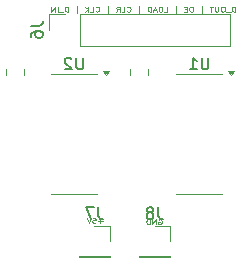
<source format=gbr>
%TF.GenerationSoftware,KiCad,Pcbnew,8.0.3*%
%TF.CreationDate,2024-07-13T19:45:59+02:00*%
%TF.ProjectId,Shift Register Board,53686966-7420-4526-9567-697374657220,rev?*%
%TF.SameCoordinates,Original*%
%TF.FileFunction,Legend,Bot*%
%TF.FilePolarity,Positive*%
%FSLAX46Y46*%
G04 Gerber Fmt 4.6, Leading zero omitted, Abs format (unit mm)*
G04 Created by KiCad (PCBNEW 8.0.3) date 2024-07-13 19:45:59*
%MOMM*%
%LPD*%
G01*
G04 APERTURE LIST*
%ADD10C,0.100000*%
%ADD11C,0.150000*%
%ADD12C,0.120000*%
G04 APERTURE END LIST*
D10*
X64853258Y-81664895D02*
X64900877Y-81645847D01*
X64900877Y-81645847D02*
X64972306Y-81645847D01*
X64972306Y-81645847D02*
X65043734Y-81664895D01*
X65043734Y-81664895D02*
X65091353Y-81702990D01*
X65091353Y-81702990D02*
X65115163Y-81741085D01*
X65115163Y-81741085D02*
X65138972Y-81817276D01*
X65138972Y-81817276D02*
X65138972Y-81874419D01*
X65138972Y-81874419D02*
X65115163Y-81950609D01*
X65115163Y-81950609D02*
X65091353Y-81988704D01*
X65091353Y-81988704D02*
X65043734Y-82026800D01*
X65043734Y-82026800D02*
X64972306Y-82045847D01*
X64972306Y-82045847D02*
X64924687Y-82045847D01*
X64924687Y-82045847D02*
X64853258Y-82026800D01*
X64853258Y-82026800D02*
X64829449Y-82007752D01*
X64829449Y-82007752D02*
X64829449Y-81874419D01*
X64829449Y-81874419D02*
X64924687Y-81874419D01*
X64615163Y-82045847D02*
X64615163Y-81645847D01*
X64615163Y-81645847D02*
X64329449Y-82045847D01*
X64329449Y-82045847D02*
X64329449Y-81645847D01*
X64091353Y-82045847D02*
X64091353Y-81645847D01*
X64091353Y-81645847D02*
X63972305Y-81645847D01*
X63972305Y-81645847D02*
X63900877Y-81664895D01*
X63900877Y-81664895D02*
X63853258Y-81702990D01*
X63853258Y-81702990D02*
X63829448Y-81741085D01*
X63829448Y-81741085D02*
X63805639Y-81817276D01*
X63805639Y-81817276D02*
X63805639Y-81874419D01*
X63805639Y-81874419D02*
X63829448Y-81950609D01*
X63829448Y-81950609D02*
X63853258Y-81988704D01*
X63853258Y-81988704D02*
X63900877Y-82026800D01*
X63900877Y-82026800D02*
X63972305Y-82045847D01*
X63972305Y-82045847D02*
X64091353Y-82045847D01*
X60115163Y-81793466D02*
X59734211Y-81793466D01*
X59924687Y-81945847D02*
X59924687Y-81641085D01*
X59258020Y-81545847D02*
X59496115Y-81545847D01*
X59496115Y-81545847D02*
X59519924Y-81736323D01*
X59519924Y-81736323D02*
X59496115Y-81717276D01*
X59496115Y-81717276D02*
X59448496Y-81698228D01*
X59448496Y-81698228D02*
X59329448Y-81698228D01*
X59329448Y-81698228D02*
X59281829Y-81717276D01*
X59281829Y-81717276D02*
X59258020Y-81736323D01*
X59258020Y-81736323D02*
X59234210Y-81774419D01*
X59234210Y-81774419D02*
X59234210Y-81869657D01*
X59234210Y-81869657D02*
X59258020Y-81907752D01*
X59258020Y-81907752D02*
X59281829Y-81926800D01*
X59281829Y-81926800D02*
X59329448Y-81945847D01*
X59329448Y-81945847D02*
X59448496Y-81945847D01*
X59448496Y-81945847D02*
X59496115Y-81926800D01*
X59496115Y-81926800D02*
X59519924Y-81907752D01*
X59091353Y-81545847D02*
X58924687Y-81945847D01*
X58924687Y-81945847D02*
X58758020Y-81545847D01*
X71315163Y-64045847D02*
X71315163Y-63645847D01*
X71315163Y-63645847D02*
X71196115Y-63645847D01*
X71196115Y-63645847D02*
X71124687Y-63664895D01*
X71124687Y-63664895D02*
X71077068Y-63702990D01*
X71077068Y-63702990D02*
X71053258Y-63741085D01*
X71053258Y-63741085D02*
X71029449Y-63817276D01*
X71029449Y-63817276D02*
X71029449Y-63874419D01*
X71029449Y-63874419D02*
X71053258Y-63950609D01*
X71053258Y-63950609D02*
X71077068Y-63988704D01*
X71077068Y-63988704D02*
X71124687Y-64026800D01*
X71124687Y-64026800D02*
X71196115Y-64045847D01*
X71196115Y-64045847D02*
X71315163Y-64045847D01*
X70934211Y-64083942D02*
X70553258Y-64083942D01*
X70338973Y-63645847D02*
X70243735Y-63645847D01*
X70243735Y-63645847D02*
X70196116Y-63664895D01*
X70196116Y-63664895D02*
X70148497Y-63702990D01*
X70148497Y-63702990D02*
X70124687Y-63779180D01*
X70124687Y-63779180D02*
X70124687Y-63912514D01*
X70124687Y-63912514D02*
X70148497Y-63988704D01*
X70148497Y-63988704D02*
X70196116Y-64026800D01*
X70196116Y-64026800D02*
X70243735Y-64045847D01*
X70243735Y-64045847D02*
X70338973Y-64045847D01*
X70338973Y-64045847D02*
X70386592Y-64026800D01*
X70386592Y-64026800D02*
X70434211Y-63988704D01*
X70434211Y-63988704D02*
X70458020Y-63912514D01*
X70458020Y-63912514D02*
X70458020Y-63779180D01*
X70458020Y-63779180D02*
X70434211Y-63702990D01*
X70434211Y-63702990D02*
X70386592Y-63664895D01*
X70386592Y-63664895D02*
X70338973Y-63645847D01*
X69910401Y-63645847D02*
X69910401Y-63969657D01*
X69910401Y-63969657D02*
X69886591Y-64007752D01*
X69886591Y-64007752D02*
X69862782Y-64026800D01*
X69862782Y-64026800D02*
X69815163Y-64045847D01*
X69815163Y-64045847D02*
X69719925Y-64045847D01*
X69719925Y-64045847D02*
X69672306Y-64026800D01*
X69672306Y-64026800D02*
X69648496Y-64007752D01*
X69648496Y-64007752D02*
X69624687Y-63969657D01*
X69624687Y-63969657D02*
X69624687Y-63645847D01*
X69458019Y-63645847D02*
X69172305Y-63645847D01*
X69315162Y-64045847D02*
X69315162Y-63645847D01*
X68505639Y-64179180D02*
X68505639Y-63607752D01*
X67672307Y-63645847D02*
X67577069Y-63645847D01*
X67577069Y-63645847D02*
X67529450Y-63664895D01*
X67529450Y-63664895D02*
X67481831Y-63702990D01*
X67481831Y-63702990D02*
X67458021Y-63779180D01*
X67458021Y-63779180D02*
X67458021Y-63912514D01*
X67458021Y-63912514D02*
X67481831Y-63988704D01*
X67481831Y-63988704D02*
X67529450Y-64026800D01*
X67529450Y-64026800D02*
X67577069Y-64045847D01*
X67577069Y-64045847D02*
X67672307Y-64045847D01*
X67672307Y-64045847D02*
X67719926Y-64026800D01*
X67719926Y-64026800D02*
X67767545Y-63988704D01*
X67767545Y-63988704D02*
X67791354Y-63912514D01*
X67791354Y-63912514D02*
X67791354Y-63779180D01*
X67791354Y-63779180D02*
X67767545Y-63702990D01*
X67767545Y-63702990D02*
X67719926Y-63664895D01*
X67719926Y-63664895D02*
X67672307Y-63645847D01*
X67243735Y-63836323D02*
X67077068Y-63836323D01*
X67005640Y-64045847D02*
X67243735Y-64045847D01*
X67243735Y-64045847D02*
X67243735Y-63645847D01*
X67243735Y-63645847D02*
X67005640Y-63645847D01*
X66291354Y-64179180D02*
X66291354Y-63607752D01*
X65315165Y-64045847D02*
X65553260Y-64045847D01*
X65553260Y-64045847D02*
X65553260Y-63645847D01*
X65053260Y-63645847D02*
X64958022Y-63645847D01*
X64958022Y-63645847D02*
X64910403Y-63664895D01*
X64910403Y-63664895D02*
X64862784Y-63702990D01*
X64862784Y-63702990D02*
X64838974Y-63779180D01*
X64838974Y-63779180D02*
X64838974Y-63912514D01*
X64838974Y-63912514D02*
X64862784Y-63988704D01*
X64862784Y-63988704D02*
X64910403Y-64026800D01*
X64910403Y-64026800D02*
X64958022Y-64045847D01*
X64958022Y-64045847D02*
X65053260Y-64045847D01*
X65053260Y-64045847D02*
X65100879Y-64026800D01*
X65100879Y-64026800D02*
X65148498Y-63988704D01*
X65148498Y-63988704D02*
X65172307Y-63912514D01*
X65172307Y-63912514D02*
X65172307Y-63779180D01*
X65172307Y-63779180D02*
X65148498Y-63702990D01*
X65148498Y-63702990D02*
X65100879Y-63664895D01*
X65100879Y-63664895D02*
X65053260Y-63645847D01*
X64648497Y-63931561D02*
X64410402Y-63931561D01*
X64696116Y-64045847D02*
X64529450Y-63645847D01*
X64529450Y-63645847D02*
X64362783Y-64045847D01*
X64196117Y-64045847D02*
X64196117Y-63645847D01*
X64196117Y-63645847D02*
X64077069Y-63645847D01*
X64077069Y-63645847D02*
X64005641Y-63664895D01*
X64005641Y-63664895D02*
X63958022Y-63702990D01*
X63958022Y-63702990D02*
X63934212Y-63741085D01*
X63934212Y-63741085D02*
X63910403Y-63817276D01*
X63910403Y-63817276D02*
X63910403Y-63874419D01*
X63910403Y-63874419D02*
X63934212Y-63950609D01*
X63934212Y-63950609D02*
X63958022Y-63988704D01*
X63958022Y-63988704D02*
X64005641Y-64026800D01*
X64005641Y-64026800D02*
X64077069Y-64045847D01*
X64077069Y-64045847D02*
X64196117Y-64045847D01*
X63196117Y-64179180D02*
X63196117Y-63607752D01*
X62172309Y-64007752D02*
X62196118Y-64026800D01*
X62196118Y-64026800D02*
X62267547Y-64045847D01*
X62267547Y-64045847D02*
X62315166Y-64045847D01*
X62315166Y-64045847D02*
X62386594Y-64026800D01*
X62386594Y-64026800D02*
X62434213Y-63988704D01*
X62434213Y-63988704D02*
X62458023Y-63950609D01*
X62458023Y-63950609D02*
X62481832Y-63874419D01*
X62481832Y-63874419D02*
X62481832Y-63817276D01*
X62481832Y-63817276D02*
X62458023Y-63741085D01*
X62458023Y-63741085D02*
X62434213Y-63702990D01*
X62434213Y-63702990D02*
X62386594Y-63664895D01*
X62386594Y-63664895D02*
X62315166Y-63645847D01*
X62315166Y-63645847D02*
X62267547Y-63645847D01*
X62267547Y-63645847D02*
X62196118Y-63664895D01*
X62196118Y-63664895D02*
X62172309Y-63683942D01*
X61719928Y-64045847D02*
X61958023Y-64045847D01*
X61958023Y-64045847D02*
X61958023Y-63645847D01*
X61267547Y-64045847D02*
X61434213Y-63855371D01*
X61553261Y-64045847D02*
X61553261Y-63645847D01*
X61553261Y-63645847D02*
X61362785Y-63645847D01*
X61362785Y-63645847D02*
X61315166Y-63664895D01*
X61315166Y-63664895D02*
X61291356Y-63683942D01*
X61291356Y-63683942D02*
X61267547Y-63722038D01*
X61267547Y-63722038D02*
X61267547Y-63779180D01*
X61267547Y-63779180D02*
X61291356Y-63817276D01*
X61291356Y-63817276D02*
X61315166Y-63836323D01*
X61315166Y-63836323D02*
X61362785Y-63855371D01*
X61362785Y-63855371D02*
X61553261Y-63855371D01*
X60553261Y-64179180D02*
X60553261Y-63607752D01*
X59529453Y-64007752D02*
X59553262Y-64026800D01*
X59553262Y-64026800D02*
X59624691Y-64045847D01*
X59624691Y-64045847D02*
X59672310Y-64045847D01*
X59672310Y-64045847D02*
X59743738Y-64026800D01*
X59743738Y-64026800D02*
X59791357Y-63988704D01*
X59791357Y-63988704D02*
X59815167Y-63950609D01*
X59815167Y-63950609D02*
X59838976Y-63874419D01*
X59838976Y-63874419D02*
X59838976Y-63817276D01*
X59838976Y-63817276D02*
X59815167Y-63741085D01*
X59815167Y-63741085D02*
X59791357Y-63702990D01*
X59791357Y-63702990D02*
X59743738Y-63664895D01*
X59743738Y-63664895D02*
X59672310Y-63645847D01*
X59672310Y-63645847D02*
X59624691Y-63645847D01*
X59624691Y-63645847D02*
X59553262Y-63664895D01*
X59553262Y-63664895D02*
X59529453Y-63683942D01*
X59077072Y-64045847D02*
X59315167Y-64045847D01*
X59315167Y-64045847D02*
X59315167Y-63645847D01*
X58910405Y-64045847D02*
X58910405Y-63645847D01*
X58624691Y-64045847D02*
X58838976Y-63817276D01*
X58624691Y-63645847D02*
X58910405Y-63874419D01*
X57910405Y-64179180D02*
X57910405Y-63607752D01*
X57172311Y-64045847D02*
X57172311Y-63645847D01*
X57172311Y-63645847D02*
X57053263Y-63645847D01*
X57053263Y-63645847D02*
X56981835Y-63664895D01*
X56981835Y-63664895D02*
X56934216Y-63702990D01*
X56934216Y-63702990D02*
X56910406Y-63741085D01*
X56910406Y-63741085D02*
X56886597Y-63817276D01*
X56886597Y-63817276D02*
X56886597Y-63874419D01*
X56886597Y-63874419D02*
X56910406Y-63950609D01*
X56910406Y-63950609D02*
X56934216Y-63988704D01*
X56934216Y-63988704D02*
X56981835Y-64026800D01*
X56981835Y-64026800D02*
X57053263Y-64045847D01*
X57053263Y-64045847D02*
X57172311Y-64045847D01*
X56791359Y-64083942D02*
X56410406Y-64083942D01*
X56291359Y-64045847D02*
X56291359Y-63645847D01*
X56053264Y-64045847D02*
X56053264Y-63645847D01*
X56053264Y-63645847D02*
X55767550Y-64045847D01*
X55767550Y-64045847D02*
X55767550Y-63645847D01*
D11*
X54024819Y-65266666D02*
X54739104Y-65266666D01*
X54739104Y-65266666D02*
X54881961Y-65219047D01*
X54881961Y-65219047D02*
X54977200Y-65123809D01*
X54977200Y-65123809D02*
X55024819Y-64980952D01*
X55024819Y-64980952D02*
X55024819Y-64885714D01*
X54024819Y-66171428D02*
X54024819Y-65980952D01*
X54024819Y-65980952D02*
X54072438Y-65885714D01*
X54072438Y-65885714D02*
X54120057Y-65838095D01*
X54120057Y-65838095D02*
X54262914Y-65742857D01*
X54262914Y-65742857D02*
X54453390Y-65695238D01*
X54453390Y-65695238D02*
X54834342Y-65695238D01*
X54834342Y-65695238D02*
X54929580Y-65742857D01*
X54929580Y-65742857D02*
X54977200Y-65790476D01*
X54977200Y-65790476D02*
X55024819Y-65885714D01*
X55024819Y-65885714D02*
X55024819Y-66076190D01*
X55024819Y-66076190D02*
X54977200Y-66171428D01*
X54977200Y-66171428D02*
X54929580Y-66219047D01*
X54929580Y-66219047D02*
X54834342Y-66266666D01*
X54834342Y-66266666D02*
X54596247Y-66266666D01*
X54596247Y-66266666D02*
X54501009Y-66219047D01*
X54501009Y-66219047D02*
X54453390Y-66171428D01*
X54453390Y-66171428D02*
X54405771Y-66076190D01*
X54405771Y-66076190D02*
X54405771Y-65885714D01*
X54405771Y-65885714D02*
X54453390Y-65790476D01*
X54453390Y-65790476D02*
X54501009Y-65742857D01*
X54501009Y-65742857D02*
X54596247Y-65695238D01*
X64833333Y-80624819D02*
X64833333Y-81339104D01*
X64833333Y-81339104D02*
X64880952Y-81481961D01*
X64880952Y-81481961D02*
X64976190Y-81577200D01*
X64976190Y-81577200D02*
X65119047Y-81624819D01*
X65119047Y-81624819D02*
X65214285Y-81624819D01*
X64214285Y-81053390D02*
X64309523Y-81005771D01*
X64309523Y-81005771D02*
X64357142Y-80958152D01*
X64357142Y-80958152D02*
X64404761Y-80862914D01*
X64404761Y-80862914D02*
X64404761Y-80815295D01*
X64404761Y-80815295D02*
X64357142Y-80720057D01*
X64357142Y-80720057D02*
X64309523Y-80672438D01*
X64309523Y-80672438D02*
X64214285Y-80624819D01*
X64214285Y-80624819D02*
X64023809Y-80624819D01*
X64023809Y-80624819D02*
X63928571Y-80672438D01*
X63928571Y-80672438D02*
X63880952Y-80720057D01*
X63880952Y-80720057D02*
X63833333Y-80815295D01*
X63833333Y-80815295D02*
X63833333Y-80862914D01*
X63833333Y-80862914D02*
X63880952Y-80958152D01*
X63880952Y-80958152D02*
X63928571Y-81005771D01*
X63928571Y-81005771D02*
X64023809Y-81053390D01*
X64023809Y-81053390D02*
X64214285Y-81053390D01*
X64214285Y-81053390D02*
X64309523Y-81101009D01*
X64309523Y-81101009D02*
X64357142Y-81148628D01*
X64357142Y-81148628D02*
X64404761Y-81243866D01*
X64404761Y-81243866D02*
X64404761Y-81434342D01*
X64404761Y-81434342D02*
X64357142Y-81529580D01*
X64357142Y-81529580D02*
X64309523Y-81577200D01*
X64309523Y-81577200D02*
X64214285Y-81624819D01*
X64214285Y-81624819D02*
X64023809Y-81624819D01*
X64023809Y-81624819D02*
X63928571Y-81577200D01*
X63928571Y-81577200D02*
X63880952Y-81529580D01*
X63880952Y-81529580D02*
X63833333Y-81434342D01*
X63833333Y-81434342D02*
X63833333Y-81243866D01*
X63833333Y-81243866D02*
X63880952Y-81148628D01*
X63880952Y-81148628D02*
X63928571Y-81101009D01*
X63928571Y-81101009D02*
X64023809Y-81053390D01*
X59733333Y-80624819D02*
X59733333Y-81339104D01*
X59733333Y-81339104D02*
X59780952Y-81481961D01*
X59780952Y-81481961D02*
X59876190Y-81577200D01*
X59876190Y-81577200D02*
X60019047Y-81624819D01*
X60019047Y-81624819D02*
X60114285Y-81624819D01*
X59352380Y-80624819D02*
X58685714Y-80624819D01*
X58685714Y-80624819D02*
X59114285Y-81624819D01*
X58461904Y-67954819D02*
X58461904Y-68764342D01*
X58461904Y-68764342D02*
X58414285Y-68859580D01*
X58414285Y-68859580D02*
X58366666Y-68907200D01*
X58366666Y-68907200D02*
X58271428Y-68954819D01*
X58271428Y-68954819D02*
X58080952Y-68954819D01*
X58080952Y-68954819D02*
X57985714Y-68907200D01*
X57985714Y-68907200D02*
X57938095Y-68859580D01*
X57938095Y-68859580D02*
X57890476Y-68764342D01*
X57890476Y-68764342D02*
X57890476Y-67954819D01*
X57461904Y-68050057D02*
X57414285Y-68002438D01*
X57414285Y-68002438D02*
X57319047Y-67954819D01*
X57319047Y-67954819D02*
X57080952Y-67954819D01*
X57080952Y-67954819D02*
X56985714Y-68002438D01*
X56985714Y-68002438D02*
X56938095Y-68050057D01*
X56938095Y-68050057D02*
X56890476Y-68145295D01*
X56890476Y-68145295D02*
X56890476Y-68240533D01*
X56890476Y-68240533D02*
X56938095Y-68383390D01*
X56938095Y-68383390D02*
X57509523Y-68954819D01*
X57509523Y-68954819D02*
X56890476Y-68954819D01*
X69061904Y-67954819D02*
X69061904Y-68764342D01*
X69061904Y-68764342D02*
X69014285Y-68859580D01*
X69014285Y-68859580D02*
X68966666Y-68907200D01*
X68966666Y-68907200D02*
X68871428Y-68954819D01*
X68871428Y-68954819D02*
X68680952Y-68954819D01*
X68680952Y-68954819D02*
X68585714Y-68907200D01*
X68585714Y-68907200D02*
X68538095Y-68859580D01*
X68538095Y-68859580D02*
X68490476Y-68764342D01*
X68490476Y-68764342D02*
X68490476Y-67954819D01*
X67490476Y-68954819D02*
X68061904Y-68954819D01*
X67776190Y-68954819D02*
X67776190Y-67954819D01*
X67776190Y-67954819D02*
X67871428Y-68097676D01*
X67871428Y-68097676D02*
X67966666Y-68192914D01*
X67966666Y-68192914D02*
X68061904Y-68240533D01*
D12*
%TO.C,C2*%
X63935000Y-68938747D02*
X63935000Y-69461253D01*
X62465000Y-68938747D02*
X62465000Y-69461253D01*
%TO.C,C1*%
X53435000Y-68938747D02*
X53435000Y-69461253D01*
X51965000Y-68938747D02*
X51965000Y-69461253D01*
%TO.C,J6*%
X55570000Y-65600000D02*
X55570000Y-64270000D01*
X55570000Y-64270000D02*
X56900000Y-64270000D01*
X70930000Y-64270000D02*
X58170001Y-64270000D01*
X58170001Y-66930000D02*
X58170001Y-64270000D01*
X70930000Y-66930000D02*
X70930000Y-64270000D01*
X70930000Y-66930000D02*
X58170001Y-66930000D01*
%TO.C,J8*%
X64500000Y-82170000D02*
X65830000Y-82170000D01*
X65830000Y-82170000D02*
X65830000Y-83500000D01*
X65830000Y-84830000D02*
X65830000Y-84770000D01*
X63170000Y-84770000D02*
X65830000Y-84770000D01*
X63170000Y-84830000D02*
X65830000Y-84830000D01*
X63170000Y-84830000D02*
X63170000Y-84770000D01*
%TO.C,J7*%
X59400000Y-82170000D02*
X60730000Y-82170000D01*
X60730000Y-82170000D02*
X60730000Y-83500000D01*
X60730000Y-84830000D02*
X60730000Y-84770001D01*
X58070000Y-84770001D02*
X60730000Y-84770001D01*
X58070000Y-84830000D02*
X60730000Y-84830000D01*
X58070000Y-84830000D02*
X58070000Y-84770001D01*
%TO.C,U2*%
X55750000Y-69340000D02*
X57700000Y-69340000D01*
X55750000Y-79460000D02*
X57700000Y-79460000D01*
X59650000Y-69340000D02*
X57700000Y-69340000D01*
X59650000Y-79460000D02*
X57700000Y-79460000D01*
X60400000Y-69395000D02*
X60160000Y-69065000D01*
X60640000Y-69065000D01*
X60400000Y-69395000D01*
G36*
X60400000Y-69395000D02*
G01*
X60160000Y-69065000D01*
X60640000Y-69065000D01*
X60400000Y-69395000D01*
G37*
%TO.C,U1*%
X66350000Y-69340000D02*
X68300000Y-69340000D01*
X66350000Y-79460000D02*
X68300000Y-79460000D01*
X70250000Y-69340000D02*
X68300000Y-69340000D01*
X70250000Y-79460000D02*
X68300000Y-79460000D01*
X71000000Y-69395000D02*
X70760000Y-69065000D01*
X71240000Y-69065000D01*
X71000000Y-69395000D01*
G36*
X71000000Y-69395000D02*
G01*
X70760000Y-69065000D01*
X71240000Y-69065000D01*
X71000000Y-69395000D01*
G37*
%TD*%
M02*

</source>
